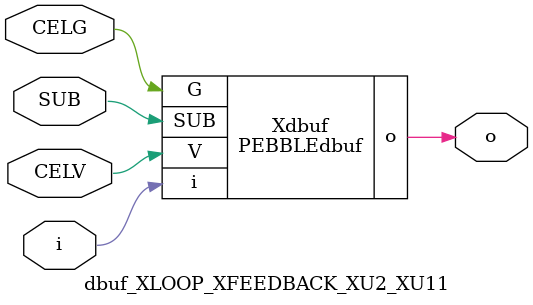
<source format=v>



module PEBBLEdbuf ( o, G, SUB, V, i );

  input V;
  input i;
  input G;
  output o;
  input SUB;
endmodule

//Celera Confidential Do Not Copy dbuf_XLOOP_XFEEDBACK_XU2_XU11
//Celera Confidential Symbol Generator
//Digital Buffer
module dbuf_XLOOP_XFEEDBACK_XU2_XU11 (CELV,CELG,i,o,SUB);
input CELV;
input CELG;
input i;
input SUB;
output o;

//Celera Confidential Do Not Copy dbuf
PEBBLEdbuf Xdbuf(
.V (CELV),
.i (i),
.o (o),
.SUB (SUB),
.G (CELG)
);
//,diesize,PEBBLEdbuf

//Celera Confidential Do Not Copy Module End
//Celera Schematic Generator
endmodule

</source>
